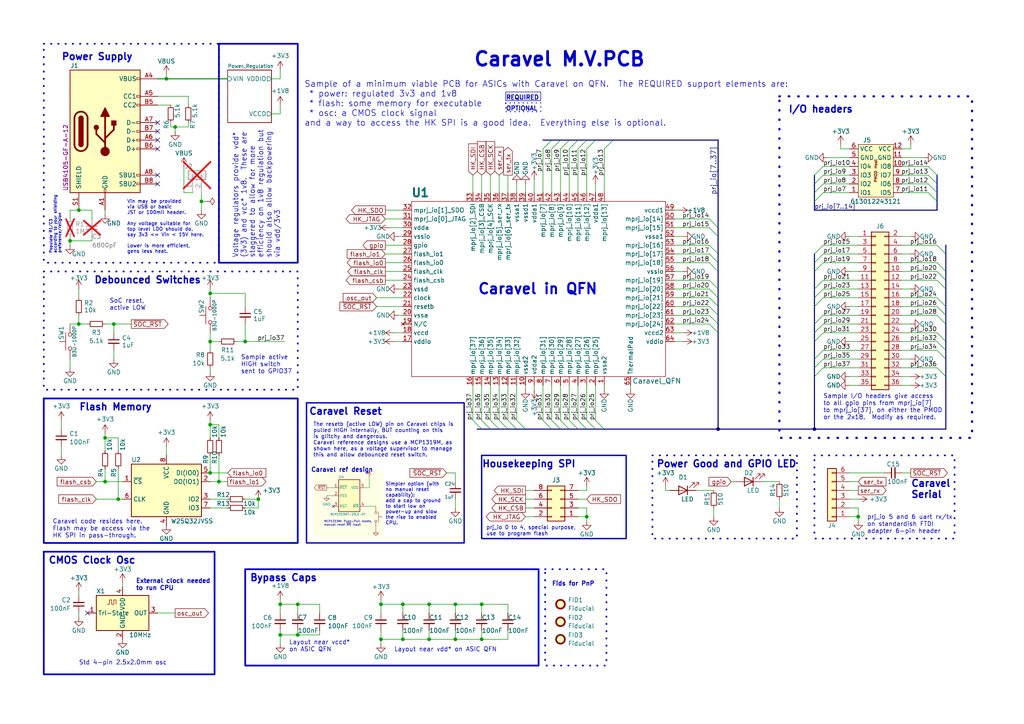
<source format=kicad_sch>
(kicad_sch (version 20230121) (generator eeschema)
  (paper "A4")
  (title_block (title "Caravel Minimum Viable PCB Example") (date "2023-10-25") (rev "1.1") (company "Psychogenic Technologies INC") (comment 1 "(C) 2023 Pat Deegan"))
  (junction (at 74.93 144.78))
  (junction (at 50.8 36.83))
  (junction (at 22.86 60.96))
  (junction (at 116.84 175.26))
  (junction (at 86.36 175.26))
  (junction (at 60.96 85.09))
  (junction (at 124.46 185.42))
  (junction (at 86.36 184.15))
  (junction (at 30.48 139.7))
  (junction (at 124.46 175.26))
  (junction (at 236.22 124.46))
  (junction (at 132.08 185.42))
  (junction (at 48.26 22.86))
  (junction (at 60.96 137.16))
  (junction (at 110.49 175.26))
  (junction (at 22.86 93.98))
  (junction (at 58.42 58.42))
  (junction (at 139.7 185.42))
  (junction (at 81.28 175.26))
  (junction (at 132.08 175.26))
  (junction (at 34.29 144.78))
  (junction (at 60.96 123.19))
  (junction (at 71.12 99.06))
  (junction (at 170.18 149.86))
  (junction (at 208.28 124.46))
  (junction (at 60.96 99.06))
  (junction (at 110.49 185.42))
  (junction (at 20.32 69.85))
  (junction (at 33.02 93.98))
  (junction (at 139.7 175.26))
  (junction (at 116.84 185.42))
  (junction (at 248.92 149.86))
  (junction (at 30.48 127))
  (junction (at 81.28 184.15))
  (junction (at 63.5 139.7))
  (no_connect (at 45.72 50.8))
  (no_connect (at 45.72 40.64))
  (no_connect (at 45.72 43.18))
  (no_connect (at 25.4 177.8))
  (no_connect (at 45.72 53.34))
  (no_connect (at 45.72 35.56))
  (no_connect (at 45.72 38.1))
  (bus_entry (at 274.32 73.66) (size -2.54 -2.54))
  (bus_entry (at 165.1 40.64) (size -2.54 2.54))
  (bus_entry (at 236.22 78.74) (size 2.54 -2.54))
  (bus_entry (at 271.78 58.42) (size -2.54 -2.54))
  (bus_entry (at 208.28 86.36) (size -2.54 -2.54))
  (bus_entry (at 236.22 58.42) (size 2.54 -2.54))
  (bus_entry (at 274.32 104.14) (size -2.54 -2.54))
  (bus_entry (at 208.28 76.2) (size -2.54 -2.54))
  (bus_entry (at 274.32 78.74) (size -2.54 -2.54))
  (bus_entry (at 236.22 109.22) (size 2.54 -2.54))
  (bus_entry (at 236.22 83.82) (size 2.54 -2.54))
  (bus_entry (at 236.22 93.98) (size 2.54 -2.54))
  (bus_entry (at 152.4 124.46) (size -2.54 -2.54))
  (bus_entry (at 274.32 101.6) (size -2.54 -2.54))
  (bus_entry (at 208.28 96.52) (size -2.54 -2.54))
  (bus_entry (at 162.56 124.46) (size -2.54 -2.54))
  (bus_entry (at 170.18 40.64) (size -2.54 2.54))
  (bus_entry (at 165.1 124.46) (size -2.54 -2.54))
  (bus_entry (at 274.32 99.06) (size -2.54 -2.54))
  (bus_entry (at 160.02 124.46) (size -2.54 -2.54))
  (bus_entry (at 236.22 104.14) (size 2.54 -2.54))
  (bus_entry (at 236.22 88.9) (size 2.54 -2.54))
  (bus_entry (at 236.22 50.8) (size 2.54 -2.54))
  (bus_entry (at 236.22 73.66) (size 2.54 -2.54))
  (bus_entry (at 160.02 40.64) (size -2.54 2.54))
  (bus_entry (at 167.64 124.46) (size -2.54 -2.54))
  (bus_entry (at 144.78 124.46) (size -2.54 -2.54))
  (bus_entry (at 162.56 40.64) (size -2.54 2.54))
  (bus_entry (at 172.72 40.64) (size -2.54 2.54))
  (bus_entry (at 236.22 53.34) (size 2.54 -2.54))
  (bus_entry (at 236.22 106.68) (size 2.54 -2.54))
  (bus_entry (at 236.22 99.06) (size 2.54 -2.54))
  (bus_entry (at 274.32 88.9) (size -2.54 -2.54))
  (bus_entry (at 208.28 78.74) (size -2.54 -2.54))
  (bus_entry (at 208.28 66.04) (size -2.54 -2.54))
  (bus_entry (at 274.32 81.28) (size -2.54 -2.54))
  (bus_entry (at 172.72 124.46) (size -2.54 -2.54))
  (bus_entry (at 236.22 55.88) (size 2.54 -2.54))
  (bus_entry (at 271.78 50.8) (size -2.54 -2.54))
  (bus_entry (at 274.32 93.98) (size -2.54 -2.54))
  (bus_entry (at 142.24 124.46) (size -2.54 -2.54))
  (bus_entry (at 139.7 124.46) (size -2.54 -2.54))
  (bus_entry (at 147.32 124.46) (size -2.54 -2.54))
  (bus_entry (at 208.28 68.58) (size -2.54 -2.54))
  (bus_entry (at 236.22 76.2) (size 2.54 -2.54))
  (bus_entry (at 271.78 55.88) (size -2.54 -2.54))
  (bus_entry (at 170.18 124.46) (size -2.54 -2.54))
  (bus_entry (at 208.28 88.9) (size -2.54 -2.54))
  (bus_entry (at 236.22 96.52) (size 2.54 -2.54))
  (bus_entry (at 208.28 93.98) (size -2.54 -2.54))
  (bus_entry (at 208.28 91.44) (size -2.54 -2.54))
  (bus_entry (at 274.32 83.82) (size -2.54 -2.54))
  (bus_entry (at 274.32 109.22) (size -2.54 -2.54))
  (bus_entry (at 236.22 86.36) (size 2.54 -2.54))
  (bus_entry (at 175.26 124.46) (size -2.54 -2.54))
  (bus_entry (at 208.28 73.66) (size -2.54 -2.54))
  (bus_entry (at 274.32 91.44) (size -2.54 -2.54))
  (bus_entry (at 167.64 40.64) (size -2.54 2.54))
  (bus_entry (at 208.28 83.82) (size -2.54 -2.54))
  (bus_entry (at 271.78 53.34) (size -2.54 -2.54))
  (bus_entry (at 177.8 40.64) (size -2.54 2.54))
  (bus_entry (at 149.86 124.46) (size -2.54 -2.54))
  (bus (pts (xy 170.18 40.64) (xy 172.72 40.64)))
  (wire (pts (xy 238.76 73.66) (xy 248.92 73.66)))
  (wire (pts (xy 195.58 63.5) (xy 205.74 63.5)))
  (bus (pts (xy 208.28 68.58) (xy 208.28 73.66)))
  (wire (pts (xy 26.67 60.96) (xy 22.86 60.96)))
  (bus (pts (xy 236.22 88.9) (xy 236.22 93.98)))
  (wire (pts (xy 261.62 73.66) (xy 264.16 73.66)))
  (wire (pts (xy 195.58 81.28) (xy 205.74 81.28)))
  (wire (pts (xy 139.7 175.26) (xy 139.7 177.8)))
  (bus (pts (xy 172.72 124.46) (xy 175.26 124.46)))
  (wire (pts (xy 264.16 41.91) (xy 264.16 43.18)))
  (wire (pts (xy 17.78 121.92) (xy 17.78 124.46)))
  (wire (pts (xy 160.02 111.76) (xy 160.02 121.92)))
  (wire (pts (xy 238.76 93.98) (xy 248.92 93.98)))
  (wire (pts (xy 147.32 177.8) (xy 147.32 175.26)))
  (wire (pts (xy 60.96 83.82) (xy 60.96 85.09)))
  (bus (pts (xy 236.22 104.14) (xy 236.22 106.68)))
  (wire (pts (xy 162.56 43.18) (xy 162.56 55.88)))
  (wire (pts (xy 22.86 177.8) (xy 22.86 179.07)))
  (wire (pts (xy 167.64 111.76) (xy 167.64 121.92)))
  (bus (pts (xy 274.32 99.06) (xy 274.32 101.6)))
  (wire (pts (xy 246.38 142.24) (xy 248.92 142.24)))
  (wire (pts (xy 261.62 86.36) (xy 271.78 86.36)))
  (wire (pts (xy 132.08 137.16) (xy 132.08 139.7)))
  (wire (pts (xy 261.62 96.52) (xy 271.78 96.52)))
  (bus (pts (xy 236.22 60.96) (xy 271.78 60.96)))
  (wire (pts (xy 246.38 99.06) (xy 248.92 99.06)))
  (wire (pts (xy 238.76 53.34) (xy 246.38 53.34)))
  (wire (pts (xy 116.84 83.82) (xy 115.57 83.82)))
  (wire (pts (xy 238.76 104.14) (xy 248.92 104.14)))
  (wire (pts (xy 132.08 175.26) (xy 132.08 177.8)))
  (wire (pts (xy 182.88 113.03) (xy 182.88 111.76)))
  (bus (pts (xy 208.28 83.82) (xy 208.28 86.36)))
  (bus (pts (xy 274.32 93.98) (xy 274.32 99.06)))
  (wire (pts (xy 144.78 55.88) (xy 144.78 50.8)))
  (wire (pts (xy 149.86 111.76) (xy 149.86 121.92)))
  (wire (pts (xy 124.46 175.26) (xy 124.46 177.8)))
  (wire (pts (xy 124.46 175.26) (xy 132.08 175.26)))
  (wire (pts (xy 86.36 182.88) (xy 86.36 184.15)))
  (wire (pts (xy 20.32 69.85) (xy 20.32 71.12)))
  (wire (pts (xy 196.85 60.96) (xy 195.58 60.96)))
  (wire (pts (xy 142.24 111.76) (xy 142.24 121.92)))
  (wire (pts (xy 147.32 185.42) (xy 139.7 185.42)))
  (bus (pts (xy 274.32 101.6) (xy 274.32 104.14)))
  (wire (pts (xy 264.16 43.18) (xy 261.62 43.18)))
  (wire (pts (xy 261.62 78.74) (xy 271.78 78.74)))
  (wire (pts (xy 195.58 83.82) (xy 205.74 83.82)))
  (wire (pts (xy 198.12 68.58) (xy 195.58 68.58)))
  (wire (pts (xy 170.18 43.18) (xy 170.18 55.88)))
  (wire (pts (xy 30.48 139.7) (xy 35.56 139.7)))
  (wire (pts (xy 152.4 142.24) (xy 154.94 142.24)))
  (wire (pts (xy 27.94 144.78) (xy 34.29 144.78)))
  (wire (pts (xy 238.76 106.68) (xy 248.92 106.68)))
  (bus (pts (xy 236.22 93.98) (xy 236.22 96.52)))
  (wire (pts (xy 261.62 101.6) (xy 271.78 101.6)))
  (wire (pts (xy 110.49 182.88) (xy 110.49 185.42)))
  (wire (pts (xy 116.84 66.04) (xy 113.03 66.04)))
  (wire (pts (xy 116.84 88.9) (xy 109.22 88.9)))
  (bus (pts (xy 208.28 86.36) (xy 208.28 88.9)))
  (wire (pts (xy 238.76 76.2) (xy 248.92 76.2)))
  (wire (pts (xy 261.62 99.06) (xy 271.78 99.06)))
  (bus (pts (xy 236.22 78.74) (xy 236.22 83.82)))
  (wire (pts (xy 261.62 76.2) (xy 271.78 76.2)))
  (wire (pts (xy 60.96 132.08) (xy 60.96 137.16)))
  (bus (pts (xy 208.28 73.66) (xy 208.28 76.2)))
  (wire (pts (xy 137.16 55.88) (xy 137.16 50.8)))
  (wire (pts (xy 261.62 81.28) (xy 271.78 81.28)))
  (wire (pts (xy 33.02 93.98) (xy 33.02 96.52)))
  (wire (pts (xy 34.29 144.78) (xy 35.56 144.78)))
  (bus (pts (xy 271.78 53.34) (xy 271.78 55.88)))
  (wire (pts (xy 22.86 93.98) (xy 25.4 93.98)))
  (bus (pts (xy 236.22 73.66) (xy 236.22 76.2)))
  (wire (pts (xy 50.8 36.83) (xy 50.8 38.1)))
  (wire (pts (xy 238.76 81.28) (xy 248.92 81.28)))
  (wire (pts (xy 152.4 147.32) (xy 154.94 147.32)))
  (wire (pts (xy 45.72 27.94) (xy 54.61 27.94)))
  (wire (pts (xy 261.62 137.16) (xy 264.16 137.16)))
  (wire (pts (xy 34.29 130.81) (xy 34.29 127)))
  (wire (pts (xy 201.93 142.24) (xy 207.01 142.24)))
  (wire (pts (xy 22.86 83.82) (xy 22.86 86.36)))
  (wire (pts (xy 45.72 30.48) (xy 49.53 30.48)))
  (bus (pts (xy 236.22 50.8) (xy 236.22 53.34)))
  (wire (pts (xy 248.92 147.32) (xy 248.92 149.86)))
  (wire (pts (xy 74.93 144.78) (xy 74.93 147.32)))
  (wire (pts (xy 60.96 85.09) (xy 71.12 85.09)))
  (wire (pts (xy 157.48 111.76) (xy 157.48 121.92)))
  (wire (pts (xy 195.58 88.9) (xy 205.74 88.9)))
  (wire (pts (xy 71.12 99.06) (xy 82.55 99.06)))
  (bus (pts (xy 177.8 40.64) (xy 208.28 40.64)))
  (wire (pts (xy 110.49 175.26) (xy 110.49 177.8)))
  (wire (pts (xy 139.7 182.88) (xy 139.7 185.42)))
  (wire (pts (xy 248.92 149.86) (xy 248.92 151.13)))
  (bus (pts (xy 271.78 55.88) (xy 271.78 58.42)))
  (wire (pts (xy 116.84 175.26) (xy 116.84 177.8)))
  (wire (pts (xy 170.18 140.97) (xy 170.18 142.24)))
  (wire (pts (xy 92.71 184.15) (xy 92.71 182.88)))
  (bus (pts (xy 271.78 50.8) (xy 271.78 53.34)))
  (wire (pts (xy 33.02 101.6) (xy 33.02 104.14)))
  (wire (pts (xy 152.4 149.86) (xy 154.94 149.86)))
  (wire (pts (xy 30.48 135.89) (xy 30.48 139.7)))
  (bus (pts (xy 172.72 40.64) (xy 177.8 40.64)))
  (bus (pts (xy 208.28 93.98) (xy 208.28 96.52)))
  (wire (pts (xy 170.18 142.24) (xy 167.64 142.24)))
  (wire (pts (xy 132.08 185.42) (xy 124.46 185.42)))
  (wire (pts (xy 246.38 68.58) (xy 248.92 68.58)))
  (wire (pts (xy 116.84 81.28) (xy 111.76 81.28)))
  (bus (pts (xy 236.22 109.22) (xy 236.22 124.46)))
  (wire (pts (xy 195.58 91.44) (xy 205.74 91.44)))
  (wire (pts (xy 30.48 93.98) (xy 33.02 93.98)))
  (bus (pts (xy 274.32 88.9) (xy 274.32 91.44)))
  (wire (pts (xy 124.46 182.88) (xy 124.46 185.42)))
  (wire (pts (xy 261.62 50.8) (xy 269.24 50.8)))
  (wire (pts (xy 139.7 175.26) (xy 147.32 175.26)))
  (wire (pts (xy 261.62 111.76) (xy 264.16 111.76)))
  (wire (pts (xy 261.62 104.14) (xy 264.16 104.14)))
  (bus (pts (xy 236.22 76.2) (xy 236.22 78.74)))
  (wire (pts (xy 26.67 69.85) (xy 20.32 69.85)))
  (bus (pts (xy 208.28 91.44) (xy 208.28 93.98)))
  (wire (pts (xy 45.72 177.8) (xy 50.8 177.8)))
  (wire (pts (xy 116.84 182.88) (xy 116.84 185.42)))
  (bus (pts (xy 236.22 99.06) (xy 236.22 104.14)))
  (wire (pts (xy 167.64 144.78) (xy 170.18 144.78)))
  (wire (pts (xy 92.71 175.26) (xy 92.71 177.8)))
  (bus (pts (xy 167.64 40.64) (xy 170.18 40.64)))
  (wire (pts (xy 116.84 91.44) (xy 115.57 91.44)))
  (wire (pts (xy 22.86 171.45) (xy 22.86 172.72)))
  (wire (pts (xy 243.84 43.18) (xy 246.38 43.18)))
  (bus (pts (xy 208.28 88.9) (xy 208.28 91.44)))
  (wire (pts (xy 246.38 111.76) (xy 248.92 111.76)))
  (bus (pts (xy 274.32 71.12) (xy 274.32 73.66)))
  (wire (pts (xy 22.86 60.96) (xy 20.32 60.96)))
  (wire (pts (xy 152.4 113.03) (xy 152.4 111.76)))
  (wire (pts (xy 246.38 88.9) (xy 248.92 88.9)))
  (wire (pts (xy 116.84 73.66) (xy 111.76 73.66)))
  (wire (pts (xy 60.96 123.19) (xy 63.5 123.19)))
  (wire (pts (xy 142.24 55.88) (xy 142.24 50.8)))
  (wire (pts (xy 132.08 175.26) (xy 139.7 175.26)))
  (bus (pts (xy 147.32 124.46) (xy 149.86 124.46)))
  (wire (pts (xy 30.48 125.73) (xy 30.48 127)))
  (wire (pts (xy 81.28 184.15) (xy 86.36 184.15)))
  (wire (pts (xy 261.62 68.58) (xy 264.16 68.58)))
  (bus (pts (xy 274.32 83.82) (xy 274.32 88.9)))
  (bus (pts (xy 162.56 40.64) (xy 165.1 40.64)))
  (wire (pts (xy 60.96 144.78) (xy 66.04 144.78)))
  (wire (pts (xy 246.38 149.86) (xy 248.92 149.86)))
  (wire (pts (xy 147.32 55.88) (xy 147.32 50.8)))
  (bus (pts (xy 271.78 60.96) (xy 271.78 58.42)))
  (bus (pts (xy 274.32 104.14) (xy 274.32 109.22)))
  (wire (pts (xy 48.26 21.59) (xy 48.26 22.86)))
  (wire (pts (xy 162.56 111.76) (xy 162.56 121.92)))
  (wire (pts (xy 116.84 71.12) (xy 111.76 71.12)))
  (bus (pts (xy 208.28 78.74) (xy 208.28 83.82)))
  (wire (pts (xy 86.36 175.26) (xy 86.36 177.8)))
  (wire (pts (xy 195.58 93.98) (xy 205.74 93.98)))
  (bus (pts (xy 236.22 96.52) (xy 236.22 99.06)))
  (wire (pts (xy 147.32 182.88) (xy 147.32 185.42)))
  (bus (pts (xy 144.78 124.46) (xy 147.32 124.46)))
  (bus (pts (xy 236.22 58.42) (xy 236.22 60.96)))
  (wire (pts (xy 81.28 33.02) (xy 78.74 33.02)))
  (wire (pts (xy 60.96 147.32) (xy 66.04 147.32)))
  (wire (pts (xy 238.76 96.52) (xy 248.92 96.52)))
  (wire (pts (xy 238.76 50.8) (xy 246.38 50.8)))
  (wire (pts (xy 193.04 140.97) (xy 193.04 142.24)))
  (wire (pts (xy 17.78 129.54) (xy 17.78 132.08)))
  (wire (pts (xy 81.28 175.26) (xy 81.28 177.8)))
  (wire (pts (xy 261.62 91.44) (xy 271.78 91.44)))
  (wire (pts (xy 63.5 132.08) (xy 63.5 139.7)))
  (wire (pts (xy 81.28 182.88) (xy 81.28 184.15)))
  (wire (pts (xy 167.64 149.86) (xy 170.18 149.86)))
  (wire (pts (xy 152.4 55.88) (xy 152.4 53.34)))
  (wire (pts (xy 246.38 147.32) (xy 248.92 147.32)))
  (wire (pts (xy 132.08 182.88) (xy 132.08 185.42)))
  (bus (pts (xy 139.7 124.46) (xy 142.24 124.46)))
  (bus (pts (xy 274.32 81.28) (xy 274.32 83.82)))
  (wire (pts (xy 30.48 60.96) (xy 30.48 62.23)))
  (wire (pts (xy 160.02 43.18) (xy 160.02 55.88)))
  (wire (pts (xy 220.98 139.7) (xy 226.06 139.7)))
  (wire (pts (xy 132.08 144.78) (xy 132.08 147.32)))
  (wire (pts (xy 198.12 99.06) (xy 195.58 99.06)))
  (wire (pts (xy 81.28 20.32) (xy 81.28 22.86)))
  (wire (pts (xy 74.93 147.32) (xy 71.12 147.32)))
  (bus (pts (xy 142.24 124.46) (xy 144.78 124.46)))
  (wire (pts (xy 124.46 185.42) (xy 116.84 185.42)))
  (wire (pts (xy 45.72 22.86) (xy 48.26 22.86)) (stroke (width 0.3)))
  (bus (pts (xy 160.02 40.64) (xy 162.56 40.64)))
  (wire (pts (xy 110.49 173.99) (xy 110.49 175.26)))
  (wire (pts (xy 152.4 144.78) (xy 154.94 144.78)))
  (wire (pts (xy 116.84 96.52) (xy 114.3 96.52)))
  (wire (pts (xy 165.1 111.76) (xy 165.1 121.92)))
  (bus (pts (xy 236.22 83.82) (xy 236.22 86.36)))
  (wire (pts (xy 63.5 123.19) (xy 63.5 127)))
  (wire (pts (xy 60.96 123.19) (xy 60.96 127)))
  (wire (pts (xy 22.86 91.44) (xy 22.86 93.98)))
  (wire (pts (xy 81.28 30.48) (xy 81.28 33.02)))
  (wire (pts (xy 261.62 88.9) (xy 271.78 88.9)))
  (wire (pts (xy 193.04 142.24) (xy 194.31 142.24)))
  (wire (pts (xy 60.96 121.92) (xy 60.96 123.19)))
  (wire (pts (xy 26.67 68.58) (xy 26.67 69.85)))
  (wire (pts (xy 20.32 60.96) (xy 20.32 63.5)))
  (wire (pts (xy 195.58 76.2) (xy 205.74 76.2)))
  (wire (pts (xy 60.96 85.09) (xy 60.96 86.36)))
  (bus (pts (xy 208.28 40.64) (xy 208.28 66.04)))
  (wire (pts (xy 167.64 147.32) (xy 170.18 147.32)))
  (wire (pts (xy 50.8 36.83) (xy 54.61 36.83)))
  (wire (pts (xy 30.48 127) (xy 30.48 130.81)))
  (bus (pts (xy 274.32 73.66) (xy 274.32 78.74)))
  (wire (pts (xy 34.29 135.89) (xy 34.29 144.78)))
  (wire (pts (xy 238.76 55.88) (xy 246.38 55.88)))
  (wire (pts (xy 238.76 91.44) (xy 248.92 91.44)))
  (wire (pts (xy 157.48 43.18) (xy 157.48 55.88)))
  (wire (pts (xy 195.58 66.04) (xy 205.74 66.04)))
  (wire (pts (xy 116.84 68.58) (xy 115.57 68.58)))
  (wire (pts (xy 49.53 35.56) (xy 49.53 36.83)))
  (wire (pts (xy 261.62 83.82) (xy 264.16 83.82)))
  (wire (pts (xy 195.58 71.12) (xy 205.74 71.12)))
  (wire (pts (xy 58.42 58.42) (xy 58.42 60.96)))
  (bus (pts (xy 162.56 124.46) (xy 165.1 124.46)))
  (wire (pts (xy 81.28 22.86) (xy 78.74 22.86)))
  (wire (pts (xy 58.42 58.42) (xy 59.69 58.42)))
  (bus (pts (xy 157.48 40.64) (xy 160.02 40.64)))
  (wire (pts (xy 139.7 111.76) (xy 139.7 121.92)))
  (wire (pts (xy 20.32 68.58) (xy 20.32 69.85)))
  (wire (pts (xy 53.34 48.26) (xy 53.34 55.88)))
  (wire (pts (xy 116.84 175.26) (xy 124.46 175.26)))
  (wire (pts (xy 48.26 22.86) (xy 66.04 22.86)) (stroke (width 0.3)))
  (wire (pts (xy 26.67 60.96) (xy 26.67 63.5)))
  (wire (pts (xy 226.06 144.78) (xy 226.06 147.32)))
  (wire (pts (xy 246.38 78.74) (xy 248.92 78.74)))
  (bus (pts (xy 160.02 124.46) (xy 162.56 124.46)))
  (wire (pts (xy 246.38 144.78) (xy 248.92 144.78)))
  (wire (pts (xy 129.54 137.16) (xy 132.08 137.16)))
  (wire (pts (xy 116.84 76.2) (xy 111.76 76.2)))
  (wire (pts (xy 149.86 55.88) (xy 149.86 53.34)))
  (wire (pts (xy 110.49 185.42) (xy 110.49 186.69)))
  (wire (pts (xy 175.26 43.18) (xy 175.26 55.88)))
  (bus (pts (xy 274.32 109.22) (xy 274.32 124.46)))
  (wire (pts (xy 261.62 93.98) (xy 264.16 93.98)))
  (wire (pts (xy 137.16 111.76) (xy 137.16 121.92)))
  (wire (pts (xy 35.56 168.91) (xy 35.56 170.18)))
  (wire (pts (xy 172.72 55.88) (xy 172.72 53.34)))
  (wire (pts (xy 54.61 35.56) (xy 54.61 36.83)))
  (wire (pts (xy 246.38 139.7) (xy 248.92 139.7)))
  (wire (pts (xy 139.7 185.42) (xy 132.08 185.42)))
  (wire (pts (xy 116.84 99.06) (xy 114.3 99.06)))
  (wire (pts (xy 30.48 127) (xy 34.29 127)))
  (bus (pts (xy 236.22 86.36) (xy 236.22 88.9)))
  (wire (pts (xy 238.76 83.82) (xy 248.92 83.82)))
  (wire (pts (xy 195.58 73.66) (xy 205.74 73.66)))
  (wire (pts (xy 48.26 129.54) (xy 48.26 132.08)))
  (wire (pts (xy 170.18 149.86) (xy 170.18 151.13)))
  (wire (pts (xy 154.94 55.88) (xy 154.94 52.07)))
  (wire (pts (xy 195.58 86.36) (xy 205.74 86.36)))
  (wire (pts (xy 261.62 109.22) (xy 264.16 109.22)))
  (wire (pts (xy 81.28 173.99) (xy 81.28 175.26)))
  (wire (pts (xy 20.32 93.98) (xy 22.86 93.98)))
  (wire (pts (xy 60.96 96.52) (xy 60.96 99.06)))
  (wire (pts (xy 198.12 96.52) (xy 195.58 96.52)))
  (wire (pts (xy 116.84 185.42) (xy 110.49 185.42)))
  (wire (pts (xy 63.5 139.7) (xy 66.04 139.7)))
  (wire (pts (xy 71.12 93.98) (xy 71.12 99.06)))
  (wire (pts (xy 198.12 78.74) (xy 195.58 78.74)))
  (wire (pts (xy 20.32 104.14) (xy 20.32 106.68)))
  (bus (pts (xy 274.32 91.44) (xy 274.32 93.98)))
  (bus (pts (xy 236.22 53.34) (xy 236.22 55.88)))
  (wire (pts (xy 86.36 184.15) (xy 92.71 184.15)))
  (wire (pts (xy 54.61 27.94) (xy 54.61 30.48)))
  (wire (pts (xy 116.84 78.74) (xy 111.76 78.74)))
  (wire (pts (xy 68.58 99.06) (xy 71.12 99.06)))
  (bus (pts (xy 170.18 124.46) (xy 172.72 124.46)))
  (wire (pts (xy 86.36 175.26) (xy 92.71 175.26)))
  (wire (pts (xy 240.03 45.72) (xy 246.38 45.72)))
  (bus (pts (xy 152.4 124.46) (xy 160.02 124.46)))
  (wire (pts (xy 50.8 36.83) (xy 49.53 36.83)))
  (wire (pts (xy 60.96 106.68) (xy 60.96 107.95)))
  (wire (pts (xy 53.34 55.88) (xy 55.88 55.88)))
  (wire (pts (xy 207.01 147.32) (xy 207.01 149.86)))
  (wire (pts (xy 246.38 137.16) (xy 256.54 137.16)))
  (wire (pts (xy 116.84 86.36) (xy 109.22 86.36)))
  (wire (pts (xy 60.96 139.7) (xy 63.5 139.7)))
  (wire (pts (xy 33.02 93.98) (xy 38.1 93.98)))
  (wire (pts (xy 170.18 111.76) (xy 170.18 121.92)))
  (bus (pts (xy 208.28 124.46) (xy 236.22 124.46)))
  (bus (pts (xy 138.43 124.46) (xy 139.7 124.46)))
  (wire (pts (xy 154.94 113.03) (xy 154.94 111.76)))
  (wire (pts (xy 238.76 101.6) (xy 248.92 101.6)))
  (bus (pts (xy 274.32 78.74) (xy 274.32 81.28)))
  (wire (pts (xy 116.84 60.96) (xy 111.76 60.96)))
  (wire (pts (xy 175.26 113.03) (xy 175.26 111.76)))
  (bus (pts (xy 236.22 55.88) (xy 236.22 58.42)))
  (wire (pts (xy 261.62 48.26) (xy 269.24 48.26)))
  (bus (pts (xy 236.22 106.68) (xy 236.22 109.22)))
  (wire (pts (xy 110.49 175.26) (xy 116.84 175.26)))
  (bus (pts (xy 208.28 66.04) (xy 208.28 68.58)))
  (wire (pts (xy 261.62 53.34) (xy 269.24 53.34)))
  (bus (pts (xy 236.22 124.46) (xy 274.32 124.46)))
  (wire (pts (xy 60.96 99.06) (xy 63.5 99.06)))
  (wire (pts (xy 58.42 55.88) (xy 58.42 58.42)))
  (wire (pts (xy 212.09 139.7) (xy 213.36 139.7)))
  (wire (pts (xy 261.62 55.88) (xy 269.24 55.88)))
  (wire (pts (xy 261.62 45.72) (xy 267.97 45.72)))
  (bus (pts (xy 165.1 40.64) (xy 167.64 40.64)))
  (wire (pts (xy 139.7 55.88) (xy 139.7 50.8)))
  (bus (pts (xy 149.86 124.46) (xy 152.4 124.46)))
  (wire (pts (xy 60.96 99.06) (xy 60.96 101.6)))
  (wire (pts (xy 167.64 43.18) (xy 167.64 55.88)))
  (wire (pts (xy 172.72 111.76) (xy 172.72 121.92)))
  (wire (pts (xy 170.18 147.32) (xy 170.18 149.86)))
  (wire (pts (xy 60.96 137.16) (xy 66.04 137.16)))
  (wire (pts (xy 261.62 71.12) (xy 271.78 71.12)))
  (wire (pts (xy 147.32 111.76) (xy 147.32 121.92)))
  (wire (pts (xy 144.78 111.76) (xy 144.78 121.92)))
  (wire (pts (xy 71.12 144.78) (xy 74.93 144.78)))
  (wire (pts (xy 238.76 48.26) (xy 246.38 48.26)))
  (wire (pts (xy 165.1 43.18) (xy 165.1 55.88)))
  (bus (pts (xy 208.28 96.52) (xy 208.28 124.46)))
  (bus (pts (xy 167.64 124.46) (xy 170.18 124.46)))
  (wire (pts (xy 238.76 71.12) (xy 248.92 71.12)))
  (wire (pts (xy 246.38 109.22) (xy 248.92 109.22)))
  (wire (pts (xy 116.84 63.5) (xy 111.76 63.5)))
  (wire (pts (xy 243.84 41.91) (xy 243.84 43.18)))
  (wire (pts (xy 81.28 175.26) (xy 86.36 175.26)))
  (wire (pts (xy 81.28 184.15) (xy 81.28 186.69)))
  (bus (pts (xy 165.1 124.46) (xy 167.64 124.46)))
  (wire (pts (xy 238.76 86.36) (xy 248.92 86.36)))
  (bus (pts (xy 175.26 124.46) (xy 208.28 124.46)))
  (wire (pts (xy 71.12 85.09) (xy 71.12 88.9)))
  (wire (pts (xy 261.62 106.68) (xy 271.78 106.68)))
  (bus (pts (xy 208.28 76.2) (xy 208.28 78.74)))
  (wire (pts (xy 27.94 139.7) (xy 30.48 139.7)))
  (rectangle (start 63.5 12.7) (end 86.36 76.2) (stroke (width 0.5)))
  (rectangle (start 12.7 78.74) (end 86.36 113.03) (stroke (width 0.5) (type dot)))
  (rectangle (start 12.7 12.7) (end 63.5 76.2) (stroke (width 0.5) (type dot)))
  (rectangle (start 146.685 29.845) (end 156.845 32.385) (stroke (width 0.3) (type dot)))
  (rectangle (start 88.9 116.84) (end 134.62 157.48) (stroke (width 0.4)))
  (rectangle (start 12.7 115.57) (end 86.36 157.48) (stroke (width 0.5)))
  (rectangle (start 236.22 132.08) (end 276.86 156.21) (stroke (width 0.5) (type dot)))
  (rectangle (start 71.12 165.1) (end 156.21 193.04) (stroke (width 0.5)))
  (rectangle (start 146.685 26.67) (end 156.845 29.21))
  (rectangle (start 12.7 160.02) (end 62.23 195.58) (stroke (width 0.5)))
  (rectangle (start 158.115 165.1) (end 175.895 193.04) (stroke (width 0.5) (type dot)))
  (rectangle (start 226.06 27.94) (end 281.94 127) (stroke (width 0.65) (type dot)))
  (rectangle (start 139.7 132.08) (end 181.61 156.21) (stroke (width 0.4)))
  (rectangle (start 189.23 132.08) (end 231.14 156.21) (stroke (width 0.5) (type dot)))
  (image (at 100.965 146.05) (scale 0.391542))
  (text "Caravel\nSerial" (at 264.16 144.78 0) (effects (font (size 2 2) (thickness 0.4) bold) (justify left bottom)))
  (text "Caravel ref design" (at 90.17 137.16 0) (effects (font (size 1.27 1.27) (thickness 0.24) bold) (justify left bottom)))
  (text "Caravel in QFN" (at 138.43 85.725 0) (effects (font (size 3 3) bold) (justify left bottom)))
  (text "CMOS Clock Osc" (at 13.97 163.83 0) (effects (font (size 2 2) (thickness 0.4) bold) (justify left bottom)))
  (text "SoC reset, \nactive LOW" (at 31.75 90.17 0) (effects (font (size 1.27 1.27)) (justify left bottom)))
  (text "Voltage regulators provide vdd* \n(3v3) and vcc* 1v8.  These are \nstaggered to allow for more \nefficiency on 1v8 regulation but \nshould also allow backpowering \nvia vdd/3v3" (at 81.28 74.93 90) (effects (font (size 1.5 1.5)) (justify left bottom)))
  (text "Sample active\nHIGH switch\nsent to GPIO37" (at 69.85 108.585 0) (effects (font (size 1.27 1.27)) (justify left bottom)))
  (text "Power Supply" (at 17.78 17.78 0) (effects (font (size 2 2) (thickness 0.4) bold) (justify left bottom)))
  (text "Fids for PnP" (at 160.02 170.18 0) (effects (font (size 1.27 1.27) bold) (justify left bottom)))
  (text "Layout near vdd* on ASIC QFN" (at 114.3 189.23 0) (effects (font (size 1.27 1.27)) (justify left bottom)))
  (text "Vin may be provided\nvia USB or basic \nJST or 100mil header.\n\nAny voltage suitable for \ntop level LDO should do,\nsay 3v3 <= Vin < 15V here.\n\nLower is more efficient,\ngens less heat." (at 36.83 73.66 0) (effects (font (size 1 1)) (justify left bottom)))
  (text "OPTIONAL" (at 146.685 32.385 0) (effects (font (size 1.27 1.27) (thickness 0.254) bold) (justify left bottom)))
  (text "I/O headers" (at 228.6 33.02 0) (effects (font (size 2 2) (thickness 0.4) bold) (justify left bottom)))
  (text "Populate R1/C3 \naccording to your shielding \npreference/religion" (at 17.78 73.66 90) (effects (font (size 0.8 0.8)) (justify left bottom)))
  (text "Power Good and GPIO LED" (at 231.14 135.89 0) (effects (font (size 2 2) (thickness 0.4) bold) (justify right bottom)))
  (text "Sample of a minimum viable PCB for ASICs with Caravel on QFN.  The REQUIRED support elements are:\n * power: regulated 3v3 and 1v8\n * flash: some memory for executable\n * osc: a CMOS clock signal\nand a way to access the HK SPI is a good idea.  Everything else is optional." (at 88.265 36.83 0) (effects (font (size 1.75 1.75)) (justify left bottom)))
  (text "Debounced Switches" (at 58.42 82.55 0) (effects (font (size 2 2) (thickness 0.4) bold) (justify right bottom)))
  (text "prj_io 0 to 4, special purpose,\nuse to program flash" (at 140.97 155.575 0) (effects (font (size 1.1 1.1)) (justify left bottom)))
  (text "Caravel code resides here.  \nFlash may be access via the \nHK SPI in pass-through." (at 15.24 156.21 0) (effects (font (size 1.27 1.27)) (justify left bottom)))
  (text "Bypass Caps" (at 72.39 168.91 0) (effects (font (size 2 2) (thickness 0.4) bold) (justify left bottom)))
  (text "External clock needed\nto run CPU" (at 39.37 171.45 0) (effects (font (size 1.27 1.27) bold) (justify left bottom)))
  (text "The resetb (active LOW) pin on Caravel chips is\npulled HIGH internally, BUT counting on this \nis glitchy and dangerous. \nCaravel reference designs use a MCP1319M, as \nshown here, as a voltage supervisor to manage \nthis and allow debounced reset switch." (at 90.805 132.715 0) (effects (font (size 1.1 1.1)) (justify left bottom)))
  (text "Sample I/O headers give access\nto all gpio pins from mprj_io[7] \nto mprj_io[37], on either the PMOD\nor the 2x18.  Modify as required." (at 238.76 121.92 0) (effects (font (size 1.27 1.27)) (justify left bottom)))
  (text "Flash Memory" (at 22.86 119.38 0) (effects (font (size 2 2) (thickness 0.4) bold) (justify left bottom)))
  (text "REQUIRED" (at 146.685 29.21 0) (effects (font (size 1.27 1.27) (thickness 0.254) bold) (justify left bottom)))
  (text "prj_io 5 and 6 uart rx/tx\non standardish FTDI \nadapter 6-pin header" (at 251.46 154.94 0) (effects (font (size 1.27 1.27)) (justify left bottom)))
  (text "Std 4-pin 2.5x2.0mm osc" (at 22.86 193.04 0) (effects (font (size 1.27 1.27)) (justify left bottom)))
  (text "Housekeeping SPI" (at 139.7 135.89 0) (effects (font (size 2 2) (thickness 0.4) bold) (justify left bottom)))
  (text "Simpler option (with\nno manual reset \ncapability): \nadd a cap to ground\nto start low on \npower-up and slow \nthe rise to enabled \nCPU." (at 111.76 152.4 0) (effects (font (size 1 1)) (justify left bottom)))
  (text "Caravel Reset" (at 89.535 120.65 0) (effects (font (size 2 2) (thickness 0.4) bold) (justify left bottom)))
  (text "Layout near vccd*\non ASIC QFN" (at 83.82 189.23 0) (effects (font (size 1.27 1.27)) (justify left bottom)))
  (text "Caravel M.V.PCB" (at 137.16 19.685 0) (effects (font (size 4 4) (thickness 0.8) bold) (justify left bottom)))
  (label "prj_io[7..14]" (at 236.22 60.96 0))
  (label "prj_io35" (at 142.24 121.92 90))
  (label "prj_io9" (at 238.76 50.8 0))
  (label "prj_io23" (at 205.74 91.44 180))
  (label "prj_io21" (at 238.76 81.28 0))
  (label "prj_io32" (at 149.86 121.92 90))
  (label "prj_io11" (at 167.64 43.18 270))
  (label "prj_io29" (at 238.76 93.98 0))
  (label "prj_io7" (at 157.48 43.18 270))
  (label "prj_io27" (at 167.64 121.92 90))
  (label "prj_io27" (at 238.76 91.44 0))
  (label "prj_io26" (at 170.18 121.92 90))
  (label "prj_io30" (at 160.02 121.92 90))
  (label "prj_io23" (at 238.76 83.82 0))
  (label "prj_io12" (at 269.24 53.34 180))
  (label "prj_io24" (at 205.74 93.98 180))
  (label "prj_io10" (at 165.1 43.18 270))
  (label "prj_io16" (at 271.78 71.12 180))
  (label "prj_io18" (at 271.78 76.2 180))
  (label "prj_io35" (at 238.76 104.14 0))
  (label "prj_io14" (at 269.24 48.26 180))
  (label "prj_io19" (at 238.76 76.2 0))
  (label "prj_io[7..37]" (at 208.28 56.515 90) (effects (font (size 1.5 1.5))))
  (label "prj_io7" (at 238.76 55.88 0))
  (label "prj_io37" (at 82.55 99.06 180))
  (label "prj_io20" (at 271.78 78.74 180))
  (label "prj_io8" (at 238.76 53.34 0))
  (label "prj_io15" (at 238.76 71.12 0))
  (label "prj_io31" (at 238.76 96.52 0))
  (label "prj_io33" (at 238.76 101.6 0))
  (label "prj_io8" (at 160.02 43.18 270))
  (label "prj_io32" (at 271.78 99.06 180))
  (label "prj_io24" (at 271.78 86.36 180))
  (label "prj_io13" (at 269.24 50.8 180))
  (label "prj_io11" (at 269.24 55.88 180))
  (label "prj_io28" (at 165.1 121.92 90))
  (label "prj_io30" (at 271.78 96.52 180))
  (label "prj_io29" (at 162.56 121.92 90))
  (label "prj_io37" (at 238.76 106.68 0))
  (label "prj_io9" (at 162.56 43.18 270))
  (label "prj_io10" (at 238.76 48.26 0))
  (label "prj_io33" (at 147.32 121.92 90))
  (label "prj_io15" (at 205.74 66.04 180))
  (label "prj_io17" (at 205.74 73.66 180))
  (label "prj_io26" (at 271.78 88.9 180))
  (label "prj_io34" (at 144.78 121.92 90))
  (label "prj_io21" (at 205.74 86.36 180))
  (label "prj_io36" (at 139.7 121.92 90))
  (label "prj_io16" (at 205.74 71.12 180))
  (label "prj_io25" (at 238.76 86.36 0))
  (label "prj_io37" (at 137.16 121.92 90))
  (label "prj_io19" (at 205.74 81.28 180))
  (label "prj_io28" (at 271.78 91.44 180))
  (label "prj_io31" (at 157.48 121.92 90))
  (label "prj_io17" (at 238.76 73.66 0))
  (label "prj_io14" (at 205.74 63.5 180))
  (label "prj_io22" (at 271.78 81.28 180))
  (label "prj_io12" (at 170.18 43.18 270))
  (label "prj_io13" (at 175.26 43.18 270))
  (label "prj_io20" (at 205.74 83.82 180))
  (label "prj_io22" (at 205.74 88.9 180))
  (label "prj_io25" (at 172.72 121.92 90))
  (label "prj_io36" (at 271.78 106.68 180))
  (label "prj_io34" (at 271.78 101.6 180))
  (label "prj_io18" (at 205.74 76.2 180))
  (global_label "HK_SCK" (shape input) (at 142.24 50.8 90) (property "Intersheetrefs" "${INTERSHEET_REFS}" (effects hide)))
  (global_label "flash_io1" (shape output) (at 66.04 139.7 0) (property "Intersheetrefs" "${INTERSHEET_REFS}" (effects hide)))
  (global_label "ser_tx" (shape output) (at 147.32 50.8 90) (property "Intersheetrefs" "${INTERSHEET_REFS}" (effects hide)))
  (global_label "HK_SCK" (shape output) (at 152.4 144.78 180) (property "Intersheetrefs" "${INTERSHEET_REFS}" (effects hide)))
  (global_label "HK_JTAG" (shape bidirectional) (at 152.4 149.86 180) (property "Intersheetrefs" "${INTERSHEET_REFS}" (effects hide)))
  (global_label "~{SOC_RST}" (shape input) (at 129.54 137.16 180) (property "Intersheetrefs" "${INTERSHEET_REFS}" (effects hide)))
  (global_label "HK_SDI" (shape input) (at 137.16 50.8 90) (property "Intersheetrefs" "${INTERSHEET_REFS}" (effects hide)))
  (global_label "~{SOC_RST}" (shape output) (at 38.1 93.98 0) (property "Intersheetrefs" "${INTERSHEET_REFS}" (effects hide)))
  (global_label "osc_out" (shape output) (at 50.8 177.8 0) (property "Intersheetrefs" "${INTERSHEET_REFS}" (effects hide)))
  (global_label "flash_io1" (shape input) (at 111.76 73.66 180) (property "Intersheetrefs" "${INTERSHEET_REFS}" (effects hide)))
  (global_label "ser_tx" (shape input) (at 248.92 139.7 0) (property "Intersheetrefs" "${INTERSHEET_REFS}" (effects hide)))
  (global_label "osc_out" (shape input) (at 109.22 86.36 180) (property "Intersheetrefs" "${INTERSHEET_REFS}" (effects hide)))
  (global_label "flash_clk" (shape output) (at 111.76 78.74 180) (property "Intersheetrefs" "${INTERSHEET_REFS}" (effects hide)))
  (global_label "ser_rx" (shape output) (at 248.92 142.24 0) (property "Intersheetrefs" "${INTERSHEET_REFS}" (effects hide)))
  (global_label "flash_clk" (shape input) (at 27.94 144.78 180) (property "Intersheetrefs" "${INTERSHEET_REFS}" (effects hide)))
  (global_label "ser_rx" (shape input) (at 144.78 50.8 90) (property "Intersheetrefs" "${INTERSHEET_REFS}" (effects hide)))
  (global_label "flash_io0" (shape input) (at 66.04 137.16 0) (property "Intersheetrefs" "${INTERSHEET_REFS}" (effects hide)))
  (global_label "HK_SDO" (shape input) (at 170.18 144.78 0) (property "Intersheetrefs" "${INTERSHEET_REFS}" (effects hide)))
  (global_label "flash_csb" (shape input) (at 27.94 139.7 180) (property "Intersheetrefs" "${INTERSHEET_REFS}" (effects hide)))
  (global_label "~{SOC_RST}" (shape input) (at 109.22 88.9 180) (property "Intersheetrefs" "${INTERSHEET_REFS}" (effects hide)))
  (global_label "gpio" (shape output) (at 111.76 71.12 180) (property "Intersheetrefs" "${INTERSHEET_REFS}" (effects hide)))
  (global_label "gpio" (shape input) (at 212.09 139.7 180) (property "Intersheetrefs" "${INTERSHEET_REFS}" (effects hide)))
  (global_label "flash_io0" (shape output) (at 111.76 76.2 180) (property "Intersheetrefs" "${INTERSHEET_REFS}" (effects hide)))
  (global_label "HK_CSB" (shape input) (at 139.7 50.8 90) (property "Intersheetrefs" "${INTERSHEET_REFS}" (effects hide)))
  (global_label "HK_SDI" (shape output) (at 152.4 142.24 180) (property "Intersheetrefs" "${INTERSHEET_REFS}" (effects hide)))
  (global_label "HK_CSB" (shape output) (at 152.4 147.32 180) (property "Intersheetrefs" "${INTERSHEET_REFS}" (effects hide)))
  (global_label "HK_JTAG" (shape bidirectional) (at 111.76 63.5 180) (property "Intersheetrefs" "${INTERSHEET_REFS}" (effects hide)))
  (global_label "flash_csb" (shape output) (at 111.76 81.28 180) (property "Intersheetrefs" "${INTERSHEET_REFS}" (effects hide)))
  (global_label "HK_SDO" (shape output) (at 111.76 60.96 180) (property "Intersheetrefs" "${INTERSHEET_REFS}" (effects hide)))
  (global_label "~{SOC_RST}" (shape output) (at 264.16 137.16 0) (property "Intersheetrefs" "${INTERSHEET_REFS}" (effects hide)))
  (symbol (lib_id "Device:R_Small") (at 30.48 133.35 0) (mirror y) (unit 1)
    (property "Reference" "R4" (at 29.21 138.43 90) (effects (justify left)))
    (property "Value" "10k" (at 31.75 130.81 90) (effects (justify left)))
    (property "Footprint" "Resistor_SMD:R_0603_1608Metric" (effects hide))
  )
  (symbol (lib_name "GND_3") (lib_id "power:GND") (at 264.16 73.66 90) (unit 1)
    (property "Reference" "#PWR063" (effects hide))
    (property "Value" "GND" (at 266.7 73.66 90) (effects (justify right)))
  )
  (symbol (lib_id "Switch:SW_Push") (at 60.96 91.44 90) (unit 1)
    (property "Reference" "SW2" (at 58.42 88.9 0))
    (property "Value" "B3U-1000P" (at 62.23 91.44 0) (effects (font (size 1 1))))
    (property "Footprint" "Button_Switch_SMD:SW_SPST_B3U-1000P" (effects hide))
    (property "MPN" "B3U-1000P" (effects hide))
  )
  (symbol (lib_id "power:+3V3") (at 30.48 125.73 0) (unit 1)
    (property "Reference" "#PWR06" (effects hide))
    (property "Value" "+3V3" (at 30.48 121.5969 0))
  )
  (symbol (lib_id "Device:R_Small") (at 60.96 129.54 0) (mirror y) (unit 1)
    (property "Reference" "R9" (at 59.69 134.62 90) (effects (justify left)))
    (property "Value" "10k" (at 62.23 127 90) (effects (justify left)))
    (property "Footprint" "Resistor_SMD:R_0603_1608Metric" (effects hide))
  )
  (symbol (lib_name "GND_1") (lib_id "power:GND") (at 115.57 83.82 270) (mirror x) (unit 1)
    (property "Reference" "#PWR032" (effects hide))
    (property "Value" "GND" (at 111.125 83.82 90))
  )
  (symbol (lib_id "power:+3V3") (at 264.16 111.76 270) (mirror x) (unit 1)
    (property "Reference" "#PWR068" (effects hide))
    (property "Value" "+3V3" (at 269.24 111.76 90))
  )
  (symbol (lib_id "power:+3V3") (at 74.93 144.78 0) (unit 1)
    (property "Reference" "#PWR022" (effects hide))
    (property "Value" "+3V3" (at 78.74 142.24 0))
  )
  (symbol (lib_id "Switch:SW_Push") (at 20.32 99.06 90) (unit 1)
    (property "Reference" "SW1" (at 17.78 96.52 0))
    (property "Value" "B3U-1000P" (at 21.59 99.06 0) (effects (font (size 1 1))))
    (property "Footprint" "Button_Switch_SMD:SW_SPST_B3U-1000P" (effects hide))
    (property "MPN" "B3U-1000P" (effects hide))
  )
  (symbol (lib_id "power:+3V3") (at 22.86 171.45 0) (unit 1)
    (property "Reference" "#PWR014" (effects hide))
    (property "Value" "+3V3" (at 22.86 167.64 0))
  )
  (symbol (lib_id "power:GND") (at 17.78 132.08 0) (mirror y) (unit 1)
    (property "Reference" "#PWR02" (effects hide))
    (property "Value" "GND" (at 17.78 135.89 0))
  )
  (symbol (lib_id "power:+1V8") (at 81.28 30.48 0) (unit 1)
    (property "Reference" "#PWR026" (effects hide))
    (property "Value" "+1V8" (at 81.28 26.3469 0))
  )
  (symbol (lib_id "Device:C_Small") (at 132.08 142.24 0) (unit 1)
    (property "Reference" "C24" (at 128.905 140.335 0) (effects (font (size 1 1)) (justify left)))
    (property "Value" "1uF" (at 128.905 144.145 0) (effects (font (size 1 1)) (justify left)))
    (property "Footprint" "Capacitor_SMD:C_0603_1608Metric" (effects hide))
  )
  (symbol (lib_id "power:+3V3") (at 17.78 121.92 0) (unit 1)
    (property "Reference" "#PWR01" (effects hide))
    (property "Value" "+3V3" (at 17.78 117.7869 0))
  )
  (symbol (lib_id "power:+3V3") (at 193.04 140.97 0) (unit 1)
    (property "Reference" "#PWR081" (effects hide))
    (property "Value" "+3V3" (at 193.04 137.16 0))
  )
  (symbol (lib_id "power:GND") (at 60.96 107.95 0) (mirror y) (unit 1)
    (property "Reference" "#PWR020" (effects hide))
    (property "Value" "GND" (at 60.96 111.76 0))
  )
  (symbol (lib_id "Device:C_Small") (at 86.36 180.34 180) (unit 1)
    (property "Reference" "C7" (at 86.36 179.07 0) (effects (justify right)))
    (property "Value" "100nF" (at 86.36 182.88 0) (effects (justify right)))
    (property "Footprint" "Capacitor_SMD:C_0603_1608Metric" (effects hide))
  )
  (symbol (lib_id "power:+3V3") (at 170.18 140.97 0) (unit 1)
    (property "Reference" "#PWR043" (effects hide))
    (property "Value" "+3V3" (at 170.18 137.16 0))
  )
  (symbol (lib_name "GND_3") (lib_id "power:GND") (at 246.38 78.74 270) (unit 1)
    (property "Reference" "#PWR056" (effects hide))
    (property "Value" "GND" (at 243.84 78.74 90) (effects (justify right)))
  )
  (symbol (lib_id "power:GND") (at 22.86 179.07 0) (mirror y) (unit 1)
    (property "Reference" "#PWR07" (effects hide))
    (property "Value" "GND" (at 22.86 182.88 0))
  )
  (symbol (lib_id "Connector_Generic:Conn_01x02") (at 55.88 50.8 90) (unit 1) (dnp yes)
    (property "Reference" "J2" (at 55.88 48.26 90) (effects (justify left)))
    (property "Value" "Conn_01x02" (effects hide))
    (property "Footprint" "Connector_JST:JST_PH_B2B-PH-K_1x02_P2.00mm_Vertical" (effects hide))
  )
  (symbol (lib_id "power:GND") (at 20.32 71.12 0) (unit 1)
    (property "Reference" "#PWR03" (effects hide))
    (property "Value" "GND" (at 22.86 73.66 0))
  )
  (symbol (lib_id "Device:R_Small") (at 54.61 33.02 0) (unit 1)
    (property "Reference" "R7" (at 55.88 37.465 90) (effects (justify left)))
    (property "Value" "5.1k" (at 56.515 34.29 90) (effects (justify left)))
    (property "Footprint" "Resistor_SMD:R_0603_1608Metric" (effects hide))
  )
  (symbol (lib_name "GND_1") (lib_id "power:GND") (at 198.12 68.58 90) (mirror x) (unit 1)
    (property "Reference" "#PWR047" (effects hide))
    (property "Value" "GND" (at 202.565 68.58 90))
  )
  (symbol (lib_id "power:+3V3") (at 154.94 52.07 0) (mirror y) (unit 1)
    (property "Reference" "#PWR039" (effects hide))
    (property "Value" "+3V3" (at 154.94 49.53 90) (effects (justify left)))
  )
  (symbol (lib_id "Device:R_Small") (at 207.01 144.78 0) (mirror y) (unit 1)
    (property "Reference" "R15" (at 205.105 146.685 90) (effects (justify left)))
    (property "Value" "510" (at 208.915 146.685 90) (effects (justify left)))
    (property "Footprint" "Resistor_SMD:R_0603_1608Metric" (effects hide))
    (property "MPN" "RC0603FR-07510RL" (effects hide))
  )
  (symbol (lib_id "power:VBUS") (at 53.34 48.26 0) (unit 1)
    (property "Reference" "#PWR017" (effects hide))
    (property "Value" "VBUS" (at 53.34 44.45 0))
  )
  (symbol (lib_id "power:+3V3") (at 35.56 168.91 0) (unit 1)
    (property "Reference" "#PWR021" (effects hide))
    (property "Value" "+3V3" (at 35.56 165.1 0))
  )
  (symbol (lib_name "GND_3") (lib_id "power:GND") (at 246.38 99.06 270) (unit 1)
    (property "Reference" "#PWR058" (effects hide))
    (property "Value" "GND" (at 243.84 99.06 90) (effects (justify right)))
  )
  (symbol (lib_id "Device:R_Small") (at 63.5 129.54 0) (mirror y) (unit 1)
    (property "Reference" "R10" (at 62.23 134.62 90) (effects (justify left)))
    (property "Value" "10k" (at 64.77 127 90) (effects (justify left)))
    (property "Footprint" "Resistor_SMD:R_0603_1608Metric" (effects hide))
  )
  (symbol (lib_name "GND_1") (lib_id "power:GND") (at 115.57 91.44 270) (mirror x) (unit 1)
    (property "Reference" "#PWR033" (effects hide))
    (property "Value" "GND" (at 111.125 91.44 90))
  )
  (symbol (lib_id "power:GND") (at 35.56 185.42 0) (mirror y) (unit 1)
    (property "Reference" "#PWR012" (effects hide))
    (property "Value" "GND" (at 35.56 189.23 0))
  )
  (symbol (lib_id "Mechanical:Fiducial") (at 162.56 180.34 0) (unit 1) (in_bom no)
    (property "Reference" "FID2" (at 164.719 179.1279 0) (effects (justify left)))
    (property "Value" "Fiducial" (at 164.719 181.5521 0) (effects (justify left)))
    (property "Footprint" "Fiducial:Fiducial_1mm_Mask2mm" (effects hide))
  )
  (symbol (lib_id "Mechanical:Fiducial") (at 162.56 185.42 0) (unit 1) (in_bom no)
    (property "Reference" "FID3" (at 164.719 184.2079 0) (effects (justify left)))
    (property "Value" "Fiducial" (at 164.719 186.6321 0) (effects (justify left)))
    (property "Footprint" "Fiducial:Fiducial_1mm_Mask2mm" (effects hide))
  )
  (symbol (lib_name "GND_3") (lib_id "power:GND") (at 246.38 68.58 270) (unit 1)
    (property "Reference" "#PWR055" (effects hide))
    (property "Value" "GND" (at 243.84 68.58 90) (effects (justify right)))
  )
  (symbol (lib_id "Device:C_Small") (at 132.08 180.34 0) (unit 1)
    (property "Reference" "C12" (at 132.08 179.07 0) (effects (justify left)))
    (property "Value" "100nF" (at 132.08 182.88 0) (effects (justify left)))
    (property "Footprint" "Capacitor_SMD:C_0603_1608Metric" (effects hide))
  )
  (symbol (lib_id "power:+3V3") (at 22.86 83.82 0) (unit 1)
    (property "Reference" "#PWR05" (effects hide))
    (property "Value" "+3V3" (at 22.86 80.645 0))
  )
  (symbol (lib_name "GND_1") (lib_id "power:GND") (at 110.49 186.69 0) (unit 1)
    (property "Reference" "#PWR028" (effects hide))
    (property "Value" "GND" (at 110.49 190.5 0))
  )
  (symbol (lib_name "GND_1") (lib_id "power:GND") (at 182.88 113.03 0) (mirror y) (unit 1)
    (property "Reference" "#PWR045" (effects hide))
    (property "Value" "GND" (at 182.88 115.57 90) (effects (justify right)))
  )
  (symbol (lib_id "Device:C_Small") (at 139.7 180.34 0) (unit 1)
    (property "Reference" "C13" (at 139.7 179.07 0) (effects (justify left)))
    (property "Value" "100nF" (at 139.7 182.88 0) (effects (justify left)))
    (property "Footprint" "Capacitor_SMD:C_0603_1608Metric" (effects hide))
  )
  (symbol (lib_id "Device:C_Small") (at 124.46 180.34 0) (unit 1)
    (property "Reference" "C11" (at 124.46 179.07 0) (effects (justify left)))
    (property "Value" "100nF" (at 124.46 182.88 0) (effects (justify left)))
    (property "Footprint" "Capacitor_SMD:C_0603_1608Metric" (effects hide))
  )
  (symbol (lib_name "GND_3") (lib_id "power:GND") (at 264.16 93.98 90) (unit 1)
    (property "Reference" "#PWR065" (effects hide))
    (property "Value" "GND" (at 266.7 93.98 90) (effects (justify right)))
  )
  (symbol (lib_id "power:GND") (at 50.8 38.1 0) (unit 1)
    (property "Reference" "#PWR016" (effects hide))
    (property "Value" "GND" (at 50.8 41.91 0))
  )
  (symbol (lib_name "GND_1") (lib_id "power:GND") (at 152.4 113.03 0) (mirror y) (unit 1)
    (property "Reference" "#PWR038" (effects hide))
    (property "Value" "GND" (at 152.4 115.57 90) (effects (justify right)))
  )
  (symbol (lib_id "power:+3V3") (at 172.72 53.34 0) (mirror y) (unit 1)
    (property "Reference" "#PWR041" (effects hide))
    (property "Value" "+3V3" (at 172.72 50.8 90) (effects (justify left)))
  )
  (symbol (lib_id "Connector_Generic:Conn_01x06") (at 241.3 144.78 180) (unit 1)
    (property "Reference" "J4" (at 241.3 152.4 0))
    (property "Value" "Conn_01x06" (effects hide))
    (property "Footprint" "Connector_PinHeader_2.54mm:PinHeader_1x06_P2.54mm_Vertical" (effects hide))
  )
  (symbol (lib_id "power:+3V3") (at 243.84 41.91 0) (unit 1)
    (property "Reference" "#PWR054" (effects hide))
    (property "Value" "+3V3" (at 243.84 38.1 0))
  )
  (symbol (lib_name "GND_2") (lib_id "power:GND") (at 132.08 147.32 0) (unit 1)
    (property "Reference" "#PWR082" (effects hide))
    (property "Value" "GND" (at 132.08 151.13 0))
  )
  (symbol (lib_id "Device:C_Small") (at 26.67 66.04 0) (unit 1) (dnp yes)
    (property "Reference" "C3" (at 26.67 68.58 0) (effects (justify left)))
    (property "Value" "6800pF" (at 26.67 71.12 0) (effects (justify left)))
    (property "Footprint" "Capacitor_SMD:C_0603_1608Metric" (effects hide))
  )
  (symbol (lib_id "power:+3V3") (at 264.16 41.91 0) (unit 1)
    (property "Reference" "#PWR061" (effects hide))
    (property "Value" "+3V3" (at 264.16 38.1 0))
  )
  (symbol (lib_id "power:GND") (at 33.02 104.14 0) (mirror y) (unit 1)
    (property "Reference" "#PWR010" (effects hide))
    (property "Value" "GND" (at 33.02 107.95 0))
  )
  (symbol (lib_id "power:GND") (at 58.42 60.96 0) (unit 1)
    (property "Reference" "#PWR018" (effects hide))
    (property "Value" "GND" (at 58.42 64.77 0))
  )
  (symbol (lib_id "Device:C_Small") (at 71.12 91.44 0) (unit 1)
    (property "Reference" "C5" (at 73.4441 90.4223 0) (effects (justify left)))
    (property "Value" "1uF" (at 73.4441 92.4703 0) (effects (justify left)))
    (property "Footprint" "Capacitor_SMD:C_0603_1608Metric" (effects hide))
  )
  (symbol (lib_name "GND_1") (lib_id "power:GND") (at 81.28 186.69 0) (unit 1)
    (property "Reference" "#PWR024" (effects hide))
    (property "Value" "GND" (at 81.28 190.5 0))
  )
  (symbol (lib_id "power:+3V3") (at 114.3 99.06 90) (mirror x) (unit 1)
    (property "Reference" "#PWR034" (effects hide))
    (property "Value" "+3V3" (at 109.22 99.06 90))
  )
  (symbol (lib_id "Device:C_Small") (at 22.86 175.26 180) (unit 1)
    (property "Reference" "C2" (at 20.536 174.0415 0) (effects (justify left)))
    (property "Value" "100nF" (at 20.536 176.4657 0) (effects (justify left)))
    (property "Footprint" "Capacitor_SMD:C_0603_1608Metric" (effects hide))
  )
  (symbol (lib_id "power:GND") (at 207.01 149.86 0) (mirror y) (unit 1)
    (property "Reference" "#PWR080" (effects hide))
    (property "Value" "GND" (at 207.01 153.67 0))
  )
  (symbol (lib_id "power:+1V8") (at 198.12 96.52 270) (mirror x) (unit 1)
    (property "Reference" "#PWR049" (effects hide))
    (property "Value" "+1V8" (at 203.2 96.52 90))
  )
  (symbol (lib_id "Memory_Flash:W25Q32JVSS") (at 48.26 142.24 0) (unit 1)
    (property "Reference" "U2" (at 38.1 133.35 0) (effects (justify left)))
    (property "Value" "W25Q32JVSS" (at 49.53 151.13 0) (effects (justify left)))
    (property "Footprint" "Package_SO:SOIC-8_5.23x5.23mm_P1.27mm" (effects hide))
    (property "Datasheet" "http://www.winbond.com/resource-files/w25q32jv%20revg%2003272018%20plus.pdf" (effects hide))
    (property "MPN" "W25Q32JVSSIQ" (effects hide))
  )
  (symbol (lib_id "Connector_Generic:Conn_02x18_Odd_Even") (at 254 88.9 0) (unit 1)
    (property "Reference" "J6" (at 255.27 65.5899 0))
    (property "Value" "Conn_02x18_Odd_Even" (effects hide))
    (property "Footprint" "Connector_PinHeader_2.54mm:PinHeader_2x18_P2.54mm_Vertical" (effects hide))
  )
  (symbol (lib_id "power:GND") (at 30.48 62.23 0) (unit 1)
    (property "Reference" "#PWR08" (effects hide))
    (property "Value" "GND" (at 33.02 64.77 0))
  )
  (symbol (lib_id "Device:C_Small") (at 110.49 180.34 180) (unit 1)
    (property "Reference" "C9" (at 108.166 179.1215 0) (effects (justify left)))
    (property "Value" "100nF" (at 108.166 181.5457 0) (effects (justify left)))
    (property "Footprint" "Capacitor_SMD:C_0603_1608Metric" (effects hide))
  )
  (symbol (lib_name "GND_1") (lib_id "power:GND") (at 240.03 45.72 270) (unit 1)
    (property "Reference" "#PWR053" (effects hide))
    (property "Value" "GND" (at 237.49 45.72 90) (effects (justify right)))
  )
  (symbol (lib_id "TinyTapeout:Caravel_QFN") (at 152.4 82.55 270) (mirror x) (unit 1)
    (property "Reference" "U1" (at 121.92 55.88 90) (effects (font (size 2.4 2.4) bold)))
    (property "Value" "Caravel_QFN" (at 190.5 110.49 90) (effects (font (size 1.5 1.5))))
    (property "Footprint" "Package_DFN_QFN:QFN-64-1EP_9x9mm_P0.5mm_EP7.65x7.65mm" (effects hide))
  )
  (symbol (lib_id "Device:C_Small") (at 147.32 180.34 180) (unit 1)
    (property "Reference" "C14" (at 147.32 179.07 0) (effects (justify right)))
    (property "Value" "100nF" (at 147.32 182.88 0) (effects (justify right)))
    (property "Footprint" "Capacitor_SMD:C_0603_1608Metric" (effects hide))
  )
  (symbol (lib_id "Device:R_Small") (at 60.96 104.14 0) (mirror y) (unit 1)
    (property "Reference" "R8" (at 59.4614 102.9279 0) (effects (justify left)))
    (property "Value" "10k" (at 59.4614 105.3521 0) (effects (justify left)))
    (property "Footprint" "Resistor_SMD:R_0603_1608Metric" (effects hide))
  )
  (symbol (lib_id "power:GND") (at 20.32 106.68 0) (mirror y) (unit 1)
    (property "Reference" "#PWR04" (effects hide))
    (property "Value" "GND" (at 20.32 110.49 0))
  )
  (symbol (lib_name "GND_3") (lib_id "power:GND") (at 246.38 88.9 270) (unit 1)
    (property "Reference" "#PWR057" (effects hide))
    (property "Value" "GND" (at 243.84 88.9 90) (effects (justify right)))
  )
  (symbol (lib_name "GND_1") (lib_id "power:GND") (at 152.4 53.34 0) (mirror x) (unit 1)
    (property "Reference" "#PWR037" (effects hide))
    (property "Value" "GND" (at 152.4 50.8 90) (effects (justify right)))
  )
  (symbol (lib_name "GND_1") (lib_id "power:GND") (at 149.86 53.34 0) (mirror x) (unit 1)
    (property "Reference" "#PWR036" (effects hide))
    (property "Value" "GND" (at 149.86 50.8 90) (effects (justify right)))
  )
  (symbol (lib_id "Device:C_Small") (at 259.08 137.16 90) (unit 1)
    (property "Reference" "C15" (at 259.08 134.62 90))
    (property "Value" "100nF" (at 260.35 139.7 90))
    (property "Footprint" "Capacitor_SMD:C_0603_1608Metric" (effects hide))
  )
  (symbol (lib_id "power:+1V8") (at 196.85 60.96 270) (mirror x) (unit 1)
    (property "Reference" "#PWR046" (effects hide))
    (property "Value" "+1V8" (at 201.93 60.96 90))
  )
  (symbol (lib_name "GND_3") (lib_id "power:GND") (at 264.16 83.82 90) (unit 1)
    (property "Reference" "#PWR064" (effects hide))
    (property "Value" "GND" (at 266.7 83.82 90) (effects (justify right)))
  )
  (symbol (lib_id "Device:LED") (at 198.12 142.24 180) (unit 1)
    (property "Reference" "D1" (at 198.12 138.43 0))
    (property "Value" "LED" (at 199.39 144.78 0))
    (property "Footprint" "LED_SMD:LED_0603_1608Metric" (effects hide))
  )
  (symbol (lib_name "GND_3") (lib_id "power:GND") (at 246.38 111.76 270) (unit 1)
    (property "Reference" "#PWR060" (effects hide))
    (property "Value" "GND" (at 243.84 111.76 90) (effects (justify right)))
  )
  (symbol (lib_id "Device:C_Small") (at 92.71 180.34 0) (unit 1)
    (property "Reference" "C8" (at 95.0341 179.1342 0) (effects (justify left)))
    (property "Value" "100nF" (at 95.0341 181.5584 0) (effects (justify left)))
    (property "Footprint" "Capacitor_SMD:C_0603_1608Metric" (effects hide))
  )
  (symbol (lib_id "power:GND") (at 48.26 152.4 0) (mirror y) (unit 1)
    (property "Reference" "#PWR015" (effects hide))
    (property "Value" "GND" (at 48.26 156.21 0))
  )
  (symbol (lib_name "GND_2") (lib_id "power:GND") (at 248.92 151.13 0) (unit 1)
    (property "Reference" "#PWR052" (effects hide))
    (property "Value" "GND" (at 248.92 154.94 0))
  )
  (symbol (lib_id "Device:C_Small") (at 33.02 99.06 0) (unit 1)
    (property "Reference" "C4" (at 35.3441 98.0423 0) (effects (justify left)))
    (property "Value" "1uF" (at 35.3441 100.0903 0) (effects (justify left)))
    (property "Footprint" "Capacitor_SMD:C_0603_1608Metric" (effects hide))
  )
  (symbol (lib_id "TinyTapeout:PMOD_HOST_2x6") (at 254 45.72 0) (mirror x) (unit 1)
    (property "Reference" "J5" (at 251.46 40.64 0))
    (property "Value" "613012243121" (at 254 58.42 0))
    (property "Footprint" "TinyTapeout:PinSocket_2x06_P2.54mm_PMODHost1A" (effects hide))
    (property "MPN" "613012243121" (effects hide))
  )
  (symbol (lib_id "power:GND") (at 226.06 147.32 0) (mirror y) (unit 1)
    (property "Reference" "#PWR035" (effects hide))
    (property "Value" "GND" (at 226.06 151.13 0))
  )
  (symbol (lib_id "power:+3V3") (at 48.26 129.54 0) (unit 1)
    (property "Reference" "#PWR09" (effects hide))
    (property "Value" "+3V3" (at 48.26 125.4069 0))
  )
  (symbol (lib_id "Device:C_Small") (at 17.78 127 0) (unit 1)
    (property "Reference" "C1" (at 20.1041 125.7942 0) (effects (justify left)))
    (property "Value" "100nF" (at 20.1041 128.2184 0) (effects (justify left)))
    (property "Footprint" "Capacitor_SMD:C_0603_1608Metric" (effects hide))
  )
  (symbol (lib_name "GND_2") (lib_id "power:GND") (at 170.18 151.13 0) (unit 1)
    (property "Reference" "#PWR044" (effects hide))
    (property "Value" "GND" (at 170.18 154.94 0))
  )
  (symbol (lib_id "Device:C_Small") (at 116.84 180.34 0) (unit 1)
    (property "Reference" "C10" (at 116.84 179.07 0) (effects (justify left)))
    (property "Value" "100nF" (at 116.84 182.88 0) (effects (justify left)))
    (property "Footprint" "Capacitor_SMD:C_0603_1608Metric" (effects hide))
  )
  (symbol (lib_id "power:+3V3") (at 113.03 66.04 90) (mirror x) (unit 1)
    (property "Reference" "#PWR029" (effects hide))
    (property "Value" "+3V3" (at 105.41 66.04 90) (effects (justify right)))
  )
  (symbol (lib_id "power:PWR_FLAG") (at 59.69 58.42 270) (unit 1)
    (property "Reference" "#FLG01" (effects hide))
    (property "Value" "PWR_FLAG" (effects hide))
  )
  (symbol (lib_id "Device:R_Small") (at 226.06 142.24 0) (mirror y) (unit 1)
    (property "Reference" "R14" (at 224.155 144.145 90) (effects (justify left)))
    (property "Value" "510" (at 227.965 144.145 90) (effects (justify left)))
    (property "Footprint" "Resistor_SMD:R_0603_1608Metric" (effects hide))
    (property "MPN" "RC0603FR-07510RL" (effects hide))
  )
  (symbol (lib_id "Device:R_Small") (at 49.53 33.02 0) (unit 1)
    (property "Reference" "R6" (at 48.26 37.465 90) (effects (justify left)))
    (property "Value" "5.1k" (at 51.435 34.29 90) (effects (justify left)))
    (property "Footprint" "Resistor_SMD:R_0603_1608Metric" (effects hide))
  )
  (symbol (lib_id "power:+3V3") (at 60.96 83.82 0) (unit 1)
    (property "Reference" "#PWR019" (effects hide))
    (property "Value" "+3V3" (at 60.96 80.645 0))
  )
  (symbol (lib_name "GND_3") (lib_id "power:GND") (at 264.16 104.14 90) (unit 1)
    (property "Reference" "#PWR066" (effects hide))
    (property "Value" "GND" (at 266.7 104.14 90) (effects (justify right)))
  )
  (symbol (lib_id "Connector_Generic:Conn_02x04_Odd_Even") (at 162.56 147.32 180) (unit 1)
    (property "Reference" "J3" (at 161.29 139.2499 0))
    (property "Value" "Conn_02x04_Odd_Even" (effects hide))
    (property "Footprint" "Connector_PinHeader_2.54mm:PinHeader_2x04_P2.54mm_Vertical" (effects hide))
  )
  (symbol (lib_id "power:+3V3") (at 264.16 109.22 270) (mirror x) (unit 1)
    (property "Reference" "#PWR067" (effects hide))
    (property "Value" "+3V3" (at 269.24 109.22 90))
  )
  (symbol (lib_name "GND_1") (lib_id "power:GND") (at 267.97 45.72 90) (unit 1)
    (property "Reference" "#PWR069" (effects hide))
    (property "Value" "GND" (at 270.51 45.72 90) (effects (justify right)))
  )
  (symbol (lib_id "Device:R_Small") (at 22.86 88.9 0) (mirror y) (unit 1)
    (property "Reference" "R2" (at 24.3586 87.876 0) (effects (justify right)))
    (property "Value" "10k" (at 24.3586 89.924 0) (effects (justify right)))
    (property "Footprint" "Resistor_SMD:R_0603_1608Metric" (effects hide))
  )
  (symbol (lib_id "Oscillator:ECS-2520MV-xxx-xx") (at 35.56 177.8 0) (unit 1)
    (property "Reference" "X1" (at 29.21 171.45 0))
    (property "Value" "10MHz" (at 40.64 184.15 0))
    (property "Footprint" "Oscillator:Oscillator_SMD_ECS_2520MV-xxx-xx-4Pin_2.5x2.0mm" (effects hide))
    (property "Datasheet" "https://www.ecsxtal.com/store/pdf/ECS-2520MV.pdf" (effects hide))
    (property "MPN" "ECS-2520MVLC-100-CN-TR" (effects hide))
  )
  (symbol (lib_name "GND_1") (lib_id "power:GND") (at 115.57 68.58 270) (mirror x) (unit 1)
    (property "Reference" "#PWR031" (effects hide))
    (property "Value" "GND" (at 111.125 68.58 90))
  )
  (symbol (lib_id "power:+1V8") (at 114.3 96.52 90) (mirror x) (unit 1)
    (property "Reference" "#PWR030" (effects hide))
    (property "Value" "+1V8" (at 109.22 96.52 90))
  )
  (symbol (lib_id "Device:R_Small") (at 68.58 147.32 90) (mirror x) (unit 1)
    (property "Reference" "R13" (at 64.77 146.05 90))
    (property "Value" "10k" (at 72.39 148.59 90))
    (property "Footprint" "Resistor_SMD:R_0603_1608Metric" (effects hide))
  )
  (symbol (lib_id "Device:R_Small") (at 66.04 99.06 90) (unit 1)
    (property "Reference" "R11" (at 66.04 101.5167 90))
    (property "Value" "5.1k" (at 66.04 103.9409 90))
    (property "Footprint" "Resistor_SMD:R_0603_1608Metric" (effects hide))
  )
  (symbol (lib_name "GND_3") (lib_id "power:GND") (at 264.16 68.58 90) (unit 1)
    (property "Reference" "#PWR062" (effects hide))
    (property "Value" "GND" (at 266.7 68.58 90) (effects (justify right)))
  )
  (symbol (lib_id "Device:R_Small") (at 27.94 93.98 90) (unit 1)
    (property "Reference" "R3" (at 27.94 96.4367 90))
    (property "Value" "5.1k" (at 27.94 98.8609 90))
    (property "Footprint" "Resistor_SMD:R_0603_1608Metric" (effects hide))
  )
  (symbol (lib_id "power:+3V3") (at 110.49 173.99 0) (unit 1)
    (property "Reference" "#PWR027" (effects hide))
    (property "Value" "+3V3" (at 110.49 170.18 0))
  )
  (symbol (lib_id "power:+3V3") (at 81.28 20.32 0) (unit 1)
    (property "Reference" "#PWR025" (effects hide))
    (property "Value" "+3V3" (at 81.28 16.1869 0))
  )
  (symbol (lib_id "Connector:USB_C_Receptacle_USB2.0") (at 30.48 38.1 0) (unit 1)
    (property "Reference" "J1" (at 21.59 19.05 0))
    (property "Value" "USB_C_Receptacle_USB2.0" (effects hide))
    (property "Footprint" "Connector_USB:USB_C_Receptacle_HRO_TYPE-C-31-M-12" (effects hide))
    (property "Datasheet" "https://www.usb.org/sites/default/files/documents/usb_type-c.zip" (effects hide))
    (property "MPN" "USB4105-GF-A-12" (at 19.05 45.72 90))
  )
  (symbol (lib_id "Device:R_Small") (at 20.32 66.04 0) (unit 1) (dnp yes)
    (property "Reference" "R1" (at 21.8186 65.016 0) (effects (justify left)))
    (property "Value" "1M" (at 21.8186 67.064 0) (effects (justify left)))
    (property "Footprint" "Resistor_SMD:R_0603_1608Metric" (effects hide))
  )
  (symbol (lib_id "power:+3V3") (at 248.92 144.78 270) (unit 1)
    (property "Reference" "#PWR051" (effects hide))
    (property "Value" "+3V3" (at 252.095 144.78 90) (effects (justify left)))
  )
  (symbol (lib_id "Device:LED") (at 217.17 139.7 180) (unit 1)
    (property "Reference" "D2" (at 217.17 137.16 0))
    (property "Value" "LED" (at 218.44 142.24 0))
    (property "Footprint" "LED_SMD:LED_0603_1608Metric" (effects hide))
  )
  (symbol (lib_id "Device:R_Small") (at 34.29 133.35 0) (mirror y) (unit 1)
    (property "Reference" "R5" (at 33.02 138.43 90) (effects (justify left)))
    (property "Value" "10k" (at 35.56 130.81 90) (effects (justify left)))
    (property "Footprint" "Resistor_SMD:R_0603_1608Metric" (effects hide))
  )
  (symbol (lib_id "power:+3V3") (at 154.94 113.03 0) (mirror x) (unit 1)
    (property "Reference" "#PWR040" (effects hide))
    (property "Value" "+3V3" (at 154.94 115.57 90) (effects (justify left)))
  )
  (symbol (lib_id "Device:R_Small") (at 68.58 144.78 90) (mirror x) (unit 1)
    (property "Reference" "R12" (at 64.77 143.51 90))
    (property "Value" "10k" (at 72.39 146.05 90))
    (property "Footprint" "Resistor_SMD:R_0603_1608Metric" (effects hide))
  )
  (symbol (lib_id "power:+3V3") (at 60.96 121.92 0) (unit 1)
    (property "Reference" "#PWR011" (effects hide))
    (property "Value" "+3V3" (at 60.96 117.7869 0))
  )
  (symbol (lib_id "Device:C_Small") (at 81.28 180.34 0) (unit 1)
    (property "Reference" "C6" (at 78.956 179.1342 0) (effects (justify right)))
    (property "Value" "100nF" (at 78.956 181.5584 0) (effects (justify right)))
    (property "Footprint" "Capacitor_SMD:C_0603_1608Metric" (effects hide))
  )
  (symbol (lib_name "GND_1") (lib_id "power:GND") (at 175.26 113.03 0) (mirror y) (unit 1)
    (property "Reference" "#PWR042" (effects hide))
    (property "Value" "GND" (at 175.26 115.57 90) (effects (justify right)))
  )
  (symbol (lib_id "power:+3V3") (at 198.12 99.06 270) (mirror x) (unit 1)
    (property "Reference" "#PWR050" (effects hide))
    (property "Value" "+3V3" (at 203.2 99.06 90))
  )
  (symbol (lib_name "GND_1") (lib_id "power:GND") (at 198.12 78.74 90) (mirror x) (unit 1)
    (property "Reference" "#PWR048" (effects hide))
    (property "Value" "GND" (at 202.565 78.74 90))
  )
  (symbol (lib_id "Mechanical:Fiducial") (at 162.56 175.26 0) (unit 1) (in_bom no)
    (property "Reference" "FID1" (at 164.719 174.0479 0) (effects (justify left)))
    (property "Value" "Fiducial" (at 164.719 176.4721 0) (effects (justify left)))
    (property "Footprint" "Fiducial:Fiducial_1mm_Mask2mm" (effects hide))
  )
  (symbol (lib_id "power:VBUS") (at 48.26 21.59 0) (unit 1)
    (property "Reference" "#PWR013" (effects hide))
    (property "Value" "VBUS" (at 48.26 17.78 0))
  )
  (symbol (lib_id "power:+1V8") (at 81.28 173.99 0) (unit 1)
    (property "Reference" "#PWR023" (effects hide))
    (property "Value" "+1V8" (at 81.28 169.8569 0))
  )
  (symbol (lib_name "GND_3") (lib_id "power:GND") (at 246.38 109.22 270) (unit 1)
    (property "Reference" "#PWR059" (effects hide))
    (property "Value" "GND" (at 243.84 109.22 90) (effects (justify right)))
  )
  (sheet (at 66.04 20.32) (size 12.7 15.24) (stroke (width 0.1524))
    (property "Sheetname" "Power_Regulation" (at 66.04 19.7434 0) (effects (font (size 1 1)) (justify left bottom)))
    (property "Sheetfile" "power_reg.kicad_sch" (effects hide))
    (pin "VIN" input (at 66.04 22.86 180))
    (pin "VCCD" output (at 78.74 33.02 0))
    (pin "VDDIO" output (at 78.74 22.86 0))
  )
)
</source>
